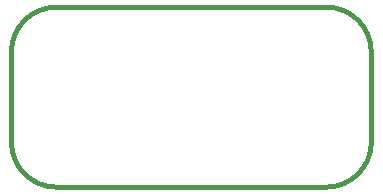
<source format=gm1>
G04 #@! TF.GenerationSoftware,KiCad,Pcbnew,(5.1.5)-3*
G04 #@! TF.CreationDate,2020-11-13T08:06:48-05:00*
G04 #@! TF.ProjectId,PowerDistrib,506f7765-7244-4697-9374-7269622e6b69,rev?*
G04 #@! TF.SameCoordinates,Original*
G04 #@! TF.FileFunction,Profile,NP*
%FSLAX46Y46*%
G04 Gerber Fmt 4.6, Leading zero omitted, Abs format (unit mm)*
G04 Created by KiCad (PCBNEW (5.1.5)-3) date 2020-11-13 08:06:48*
%MOMM*%
%LPD*%
G04 APERTURE LIST*
%ADD10C,0.381000*%
G04 APERTURE END LIST*
D10*
X120015000Y-80645000D02*
X142875000Y-80645000D01*
X116205000Y-69215000D02*
X116205000Y-76835000D01*
X142875000Y-65405000D02*
X120015000Y-65405000D01*
X146685000Y-69215000D02*
X146685000Y-76835000D01*
X146685000Y-69215000D02*
G75*
G03X142875000Y-65405000I-3810000J0D01*
G01*
X142875000Y-80645000D02*
G75*
G03X146685000Y-76835000I0J3810000D01*
G01*
X116205000Y-76835000D02*
G75*
G03X120015000Y-80645000I3810000J0D01*
G01*
X120015000Y-65405000D02*
G75*
G03X116205000Y-69215000I0J-3810000D01*
G01*
M02*

</source>
